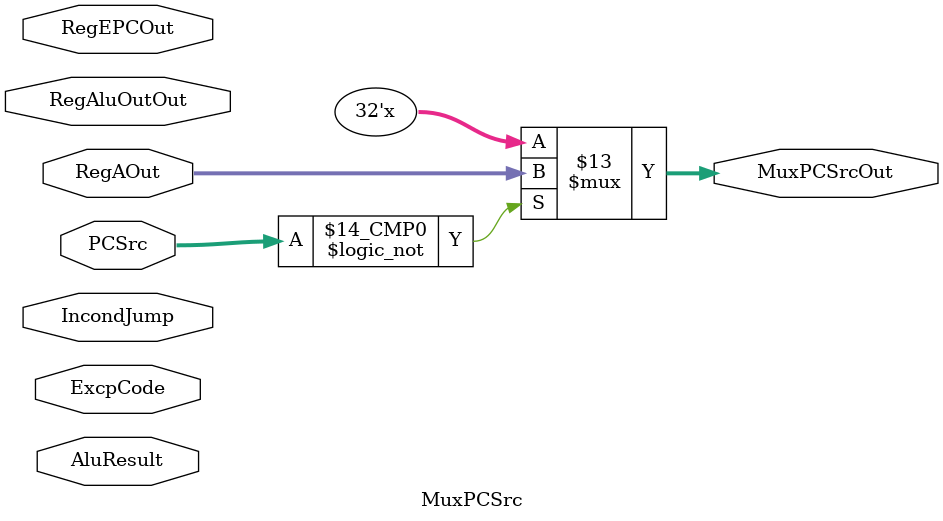
<source format=v>
module MuxPCSrc (
input wire[31:0] 
    RegAOut,
    AluResult,
    IncondJump, 
    RegAluOutOut,
    RegEPCOut,
    ExcpCode,           //exception code loaded from memory
input wire[2:0] 
    PCSrc,
output reg[31:0] 
    MuxPCSrcOut
);

parameter 
    Ent0 = 0, 
    Ent1 = 1, 
    Ent2 = 2, 
    Ent3 = 3, 
    Ent4 = 4, 
    Ent5 = 5;

always @(*) begin
	case(PCSrc)
		Ent0:
			MuxPCSrcOut <= RegAOut;
		Ent1:
			MuxPCSourceOut <= AluResult;
		Ent2:
			MuxPCSourceOut <= IncondJump;
		Ent3:
			MuxPCSourceOut <= RegAluOutOut;
		Ent4:
			MuxPCSourceOut <= RegEPCOut;
		Ent5:
			MuxPCSourceOut <= ExcpCode;
	endcase
end

endmodule
</source>
